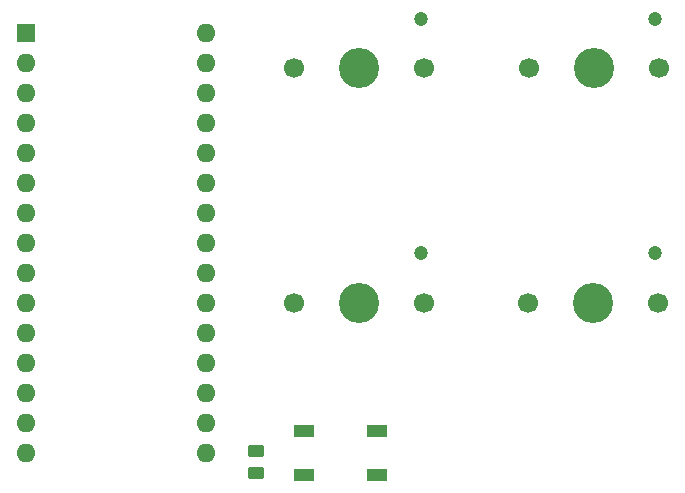
<source format=gts>
G04 #@! TF.GenerationSoftware,KiCad,Pcbnew,(6.0.5)*
G04 #@! TF.CreationDate,2022-09-29T17:00:32+08:00*
G04 #@! TF.ProjectId,4k-keypad-arduino-nano,346b2d6b-6579-4706-9164-2d6172647569,rev?*
G04 #@! TF.SameCoordinates,Original*
G04 #@! TF.FileFunction,Soldermask,Top*
G04 #@! TF.FilePolarity,Negative*
%FSLAX46Y46*%
G04 Gerber Fmt 4.6, Leading zero omitted, Abs format (unit mm)*
G04 Created by KiCad (PCBNEW (6.0.5)) date 2022-09-29 17:00:32*
%MOMM*%
%LPD*%
G01*
G04 APERTURE LIST*
G04 Aperture macros list*
%AMRoundRect*
0 Rectangle with rounded corners*
0 $1 Rounding radius*
0 $2 $3 $4 $5 $6 $7 $8 $9 X,Y pos of 4 corners*
0 Add a 4 corners polygon primitive as box body*
4,1,4,$2,$3,$4,$5,$6,$7,$8,$9,$2,$3,0*
0 Add four circle primitives for the rounded corners*
1,1,$1+$1,$2,$3*
1,1,$1+$1,$4,$5*
1,1,$1+$1,$6,$7*
1,1,$1+$1,$8,$9*
0 Add four rect primitives between the rounded corners*
20,1,$1+$1,$2,$3,$4,$5,0*
20,1,$1+$1,$4,$5,$6,$7,0*
20,1,$1+$1,$6,$7,$8,$9,0*
20,1,$1+$1,$8,$9,$2,$3,0*%
G04 Aperture macros list end*
%ADD10R,1.600000X1.600000*%
%ADD11O,1.600000X1.600000*%
%ADD12R,1.800000X1.100000*%
%ADD13C,1.200000*%
%ADD14C,1.700000*%
%ADD15C,3.400000*%
%ADD16RoundRect,0.250000X-0.450000X0.262500X-0.450000X-0.262500X0.450000X-0.262500X0.450000X0.262500X0*%
G04 APERTURE END LIST*
D10*
X101133750Y-75569949D03*
D11*
X101133750Y-78109949D03*
X101133750Y-80649949D03*
X101133750Y-83189949D03*
X101133750Y-85729949D03*
X101133750Y-88269949D03*
X101133750Y-90809949D03*
X101133750Y-93349949D03*
X101133750Y-95889949D03*
X101133750Y-98429949D03*
X101133750Y-100969949D03*
X101133750Y-103509949D03*
X101133750Y-106049949D03*
X101133750Y-108589949D03*
X101133750Y-111129949D03*
X116373750Y-111129949D03*
X116373750Y-108589949D03*
X116373750Y-106049949D03*
X116373750Y-103509949D03*
X116373750Y-100969949D03*
X116373750Y-98429949D03*
X116373750Y-95889949D03*
X116373750Y-93349949D03*
X116373750Y-90809949D03*
X116373750Y-88269949D03*
X116373750Y-85729949D03*
X116373750Y-83189949D03*
X116373750Y-80649949D03*
X116373750Y-78109949D03*
X116373750Y-75569949D03*
D12*
X124693750Y-109275000D03*
X130893750Y-112975000D03*
X124693750Y-112975000D03*
X130893750Y-109275000D03*
D13*
X134601250Y-94225000D03*
D14*
X123881250Y-98425000D03*
X134881250Y-98425000D03*
D15*
X129381250Y-98425000D03*
X149168750Y-98425000D03*
D14*
X154668750Y-98425000D03*
X143668750Y-98425000D03*
D13*
X154388750Y-94225000D03*
X154445000Y-74350000D03*
D14*
X143725000Y-78550000D03*
X154725000Y-78550000D03*
D15*
X149225000Y-78550000D03*
D13*
X134601250Y-74350000D03*
D14*
X123881250Y-78550000D03*
X134881250Y-78550000D03*
D15*
X129381250Y-78550000D03*
D16*
X120650000Y-111006250D03*
X120650000Y-112831250D03*
M02*

</source>
